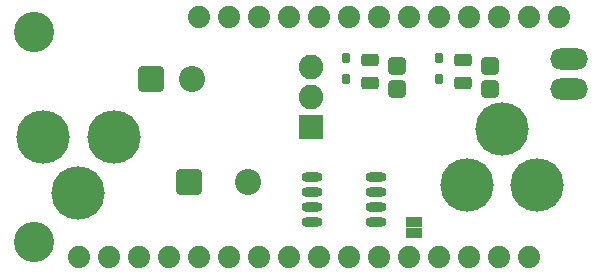
<source format=gts>
G04 Layer_Color=8388736*
%FSLAX44Y44*%
%MOMM*%
G71*
G01*
G75*
%ADD25C,1.8796*%
%ADD34R,1.4732X0.8382*%
%ADD35O,1.8032X0.8032*%
G04:AMPARAMS|DCode=36|XSize=1.4732mm|YSize=1.4732mm|CornerRadius=0.2604mm|HoleSize=0mm|Usage=FLASHONLY|Rotation=90.000|XOffset=0mm|YOffset=0mm|HoleType=Round|Shape=RoundedRectangle|*
%AMROUNDEDRECTD36*
21,1,1.4732,0.9525,0,0,90.0*
21,1,0.9525,1.4732,0,0,90.0*
1,1,0.5207,0.4763,0.4763*
1,1,0.5207,0.4763,-0.4763*
1,1,0.5207,-0.4763,-0.4763*
1,1,0.5207,-0.4763,0.4763*
%
%ADD36ROUNDEDRECTD36*%
G04:AMPARAMS|DCode=37|XSize=0.8532mm|YSize=0.7032mm|CornerRadius=0.1516mm|HoleSize=0mm|Usage=FLASHONLY|Rotation=90.000|XOffset=0mm|YOffset=0mm|HoleType=Round|Shape=RoundedRectangle|*
%AMROUNDEDRECTD37*
21,1,0.8532,0.4000,0,0,90.0*
21,1,0.5500,0.7032,0,0,90.0*
1,1,0.3032,0.2000,0.2750*
1,1,0.3032,0.2000,-0.2750*
1,1,0.3032,-0.2000,-0.2750*
1,1,0.3032,-0.2000,0.2750*
%
%ADD37ROUNDEDRECTD37*%
G04:AMPARAMS|DCode=38|XSize=1.5032mm|YSize=1.0032mm|CornerRadius=0.2016mm|HoleSize=0mm|Usage=FLASHONLY|Rotation=180.000|XOffset=0mm|YOffset=0mm|HoleType=Round|Shape=RoundedRectangle|*
%AMROUNDEDRECTD38*
21,1,1.5032,0.6000,0,0,180.0*
21,1,1.1000,1.0032,0,0,180.0*
1,1,0.4032,-0.5500,0.3000*
1,1,0.4032,0.5500,0.3000*
1,1,0.4032,0.5500,-0.3000*
1,1,0.4032,-0.5500,-0.3000*
%
%ADD38ROUNDEDRECTD38*%
%ADD39O,3.2032X1.8032*%
%ADD40C,1.8792*%
%ADD41C,3.4036*%
%ADD42C,4.5212*%
%ADD43C,2.2032*%
G04:AMPARAMS|DCode=44|XSize=2.2032mm|YSize=2.2032mm|CornerRadius=0.3516mm|HoleSize=0mm|Usage=FLASHONLY|Rotation=0.000|XOffset=0mm|YOffset=0mm|HoleType=Round|Shape=RoundedRectangle|*
%AMROUNDEDRECTD44*
21,1,2.2032,1.5000,0,0,0.0*
21,1,1.5000,2.2032,0,0,0.0*
1,1,0.7032,0.7500,-0.7500*
1,1,0.7032,-0.7500,-0.7500*
1,1,0.7032,-0.7500,0.7500*
1,1,0.7032,0.7500,0.7500*
%
%ADD44ROUNDEDRECTD44*%
%ADD45R,2.0828X2.0828*%
%ADD46C,2.0828*%
D25*
X139700Y101600D02*
D03*
X165100D02*
D03*
X190500D02*
D03*
X215900D02*
D03*
X241300D02*
D03*
X266700D02*
D03*
X292100D02*
D03*
X317500D02*
D03*
X342900D02*
D03*
X368300D02*
D03*
X393700D02*
D03*
X419100D02*
D03*
Y-101600D02*
D03*
X393700D02*
D03*
X368300D02*
D03*
X342900D02*
D03*
X317500D02*
D03*
X292100D02*
D03*
X266700D02*
D03*
X241300D02*
D03*
X215900D02*
D03*
X190500D02*
D03*
X165100D02*
D03*
X139700D02*
D03*
X114300D02*
D03*
X88900D02*
D03*
X63500D02*
D03*
X38100D02*
D03*
D34*
X321000Y-80572D02*
D03*
Y-71500D02*
D03*
D35*
X235000Y-33950D02*
D03*
Y-46650D02*
D03*
Y-59350D02*
D03*
Y-72050D02*
D03*
X289000Y-33950D02*
D03*
Y-46650D02*
D03*
Y-59350D02*
D03*
Y-72050D02*
D03*
D36*
X307340Y41275D02*
D03*
Y60325D02*
D03*
X386080Y41275D02*
D03*
Y60325D02*
D03*
D37*
X264160Y49420D02*
D03*
Y67420D02*
D03*
X342900D02*
D03*
Y49420D02*
D03*
D38*
X284480Y65880D02*
D03*
Y45880D02*
D03*
X363220D02*
D03*
Y65880D02*
D03*
D39*
X453000Y41000D02*
D03*
Y66400D02*
D03*
D40*
X444500Y101600D02*
D03*
D41*
X0Y-88900D02*
D03*
Y88900D02*
D03*
D42*
X365840Y-40000D02*
D03*
X425784D02*
D03*
X395812Y7244D02*
D03*
X67160Y0D02*
D03*
X7216D02*
D03*
X37188Y-47244D02*
D03*
D43*
X133500Y49000D02*
D03*
X181000Y-38000D02*
D03*
D44*
X98500Y49000D02*
D03*
X131000Y-38000D02*
D03*
D45*
X234000Y8600D02*
D03*
D46*
Y34000D02*
D03*
Y59400D02*
D03*
M02*

</source>
